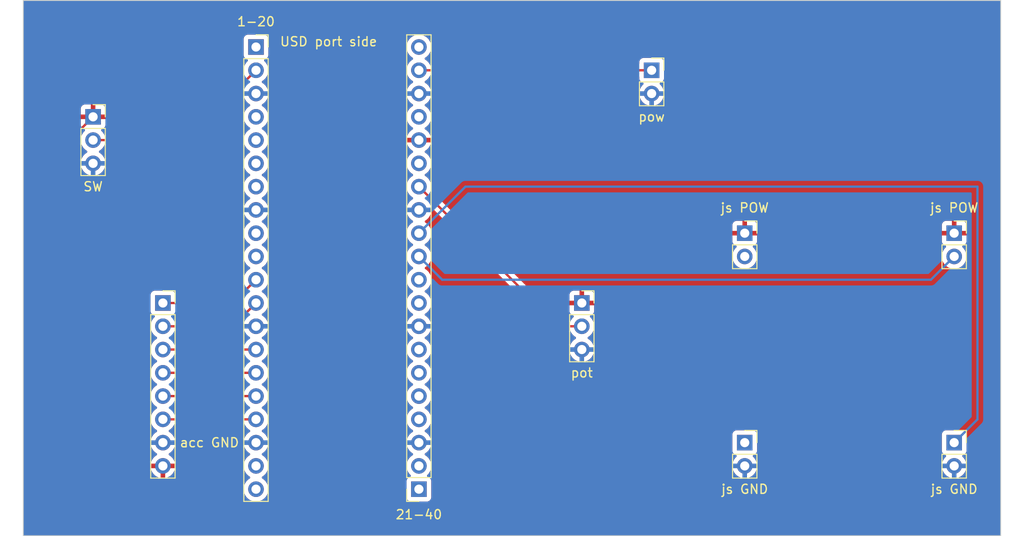
<source format=kicad_pcb>
(kicad_pcb (version 20221018) (generator pcbnew)
  (layers (0 "F.Cu" signal) (31 "B.Cu" signal) (34 "B.Paste" user) (35 "F.Paste" user) (36 "B.SilkS" user "B.Silkscreen") (37 "F.SilkS" user "F.Silkscreen") (38 "B.Mask" user) (39 "F.Mask" user) (44 "Edge.Cuts" user))
  (net 0 "")
  (net 1 "Net-(J1-Pin_1)")
  (net 2 "Net-(J1-Pin_2)")
  (net 3 "Net-(J1-Pin_3)")
  (net 4 "Net-(J1-Pin_4)")
  (net 5 "Net-(J1-Pin_5)")
  (net 6 "Net-(J1-Pin_6)")
  (net 7 "GND")
  (net 9 "Net-(J2-Pin_2)")
  (net 25 "Net-(J11-Pin_2)")
  (net 26 "Net-(J12-Pin_1)")
  (net 27 "Net-(J4-Pin_14)")
  (net 34 "Net-(J10-Pin_1)")
  (net 35 "+3.3V")
  (footprint "Connector_PinSocket_2.54mm:PinSocket_1x02_P2.54mm_Vertical" (layer "F.Cu") (at 238.76 111.76)
    (fp_text reference "js POW" (at 0 -2.77) (layer "F.SilkS"))
    (fp_text value "Conn_01x02_Socket")
    (fp_line (start -1.33 1.27) (end -1.33 3.87) (stroke (width 0.12)) (layer "F.SilkS"))
    (fp_line (start -1.33 1.27) (end 1.33 1.27) (stroke (width 0.12)) (layer "F.SilkS"))
    (fp_line (start -1.33 3.87) (end 1.33 3.87) (stroke (width 0.12)) (layer "F.SilkS"))
    (fp_line (start 0 -1.33) (end 1.33 -1.33) (stroke (width 0.12)) (layer "F.SilkS"))
    (fp_line (start 1.33 -1.33) (end 1.33 0) (stroke (width 0.12)) (layer "F.SilkS"))
    (fp_line (start 1.33 1.27) (end 1.33 3.87) (stroke (width 0.12)) (layer "F.SilkS"))
    (pad "1" thru_hole rect (at 0 0) (size 1.7 1.7) (drill 1) (layers "*.Cu" "*.Mask") (net 35 "+3.3V"))
    (pad "2" thru_hole oval (at 0 2.54) (size 1.7 1.7) (drill 1) (layers "*.Cu" "*.Mask"))
  )
  (footprint "Connector_PinSocket_2.54mm:PinSocket_1x08_P2.54mm_Vertical" (layer "F.Cu") (at 175.26 119.38)
    (fp_text reference "acc GND" (at 5.08 15.24) (layer "F.SilkS"))
    (fp_text value "Conn_01x08_Socket")
    (fp_line (start -1.33 1.27) (end -1.33 19.11) (stroke (width 0.12)) (layer "F.SilkS"))
    (fp_line (start -1.33 1.27) (end 1.33 1.27) (stroke (width 0.12)) (layer "F.SilkS"))
    (fp_line (start -1.33 19.11) (end 1.33 19.11) (stroke (width 0.12)) (layer "F.SilkS"))
    (fp_line (start 0 -1.33) (end 1.33 -1.33) (stroke (width 0.12)) (layer "F.SilkS"))
    (fp_line (start 1.33 -1.33) (end 1.33 0) (stroke (width 0.12)) (layer "F.SilkS"))
    (fp_line (start 1.33 1.27) (end 1.33 19.11) (stroke (width 0.12)) (layer "F.SilkS"))
    (pad "1" thru_hole rect (at 0 0) (size 1.7 1.7) (drill 1) (layers "*.Cu" "*.Mask") (net 1 "Net-(J1-Pin_1)"))
    (pad "2" thru_hole oval (at 0 2.54) (size 1.7 1.7) (drill 1) (layers "*.Cu" "*.Mask") (net 2 "Net-(J1-Pin_2)"))
    (pad "3" thru_hole oval (at 0 5.08) (size 1.7 1.7) (drill 1) (layers "*.Cu" "*.Mask") (net 3 "Net-(J1-Pin_3)"))
    (pad "4" thru_hole oval (at 0 7.62) (size 1.7 1.7) (drill 1) (layers "*.Cu" "*.Mask") (net 4 "Net-(J1-Pin_4)"))
    (pad "5" thru_hole oval (at 0 10.16) (size 1.7 1.7) (drill 1) (layers "*.Cu" "*.Mask") (net 5 "Net-(J1-Pin_5)"))
    (pad "6" thru_hole oval (at 0 12.7) (size 1.7 1.7) (drill 1) (layers "*.Cu" "*.Mask") (net 6 "Net-(J1-Pin_6)"))
    (pad "7" thru_hole oval (at 0 15.24) (size 1.7 1.7) (drill 1) (layers "*.Cu" "*.Mask") (net 7 "GND"))
    (pad "8" thru_hole oval (at 0 17.78) (size 1.7 1.7) (drill 1) (layers "*.Cu" "*.Mask") (net 35 "+3.3V"))
  )
  (footprint "Connector_PinSocket_2.54mm:PinSocket_1x03_P2.54mm_Vertical" (layer "F.Cu") (at 220.98 119.38)
    (fp_text reference "pot" (at 0 7.62) (layer "F.SilkS"))
    (fp_text value "Conn_01x03_Socket")
    (fp_line (start -1.33 1.27) (end -1.33 6.41) (stroke (width 0.12)) (layer "F.SilkS"))
    (fp_line (start -1.33 1.27) (end 1.33 1.27) (stroke (width 0.12)) (layer "F.SilkS"))
    (fp_line (start -1.33 6.41) (end 1.33 6.41) (stroke (width 0.12)) (layer "F.SilkS"))
    (fp_line (start 0 -1.33) (end 1.33 -1.33) (stroke (width 0.12)) (layer "F.SilkS"))
    (fp_line (start 1.33 -1.33) (end 1.33 0) (stroke (width 0.12)) (layer "F.SilkS"))
    (fp_line (start 1.33 1.27) (end 1.33 6.41) (stroke (width 0.12)) (layer "F.SilkS"))
    (pad "1" thru_hole rect (at 0 0) (size 1.7 1.7) (drill 1) (layers "*.Cu" "*.Mask") (net 35 "+3.3V"))
    (pad "2" thru_hole oval (at 0 2.54) (size 1.7 1.7) (drill 1) (layers "*.Cu" "*.Mask") (net 27 "Net-(J4-Pin_14)"))
    (pad "3" thru_hole oval (at 0 5.08) (size 1.7 1.7) (drill 1) (layers "*.Cu" "*.Mask") (net 7 "GND"))
  )
  (footprint "Connector_PinSocket_2.54mm:PinSocket_1x03_P2.54mm_Vertical" (layer "F.Cu") (at 167.64 99.06)
    (fp_text reference "SW" (at 0 7.62) (layer "F.SilkS"))
    (fp_text value "Conn_01x03_Socket")
    (fp_line (start -1.33 1.27) (end -1.33 6.41) (stroke (width 0.12)) (layer "F.SilkS"))
    (fp_line (start -1.33 1.27) (end 1.33 1.27) (stroke (width 0.12)) (layer "F.SilkS"))
    (fp_line (start -1.33 6.41) (end 1.33 6.41) (stroke (width 0.12)) (layer "F.SilkS"))
    (fp_line (start 0 -1.33) (end 1.33 -1.33) (stroke (width 0.12)) (layer "F.SilkS"))
    (fp_line (start 1.33 -1.33) (end 1.33 0) (stroke (width 0.12)) (layer "F.SilkS"))
    (fp_line (start 1.33 1.27) (end 1.33 6.41) (stroke (width 0.12)) (layer "F.SilkS"))
    (pad "1" thru_hole rect (at 0 0) (size 1.7 1.7) (drill 1) (layers "*.Cu" "*.Mask") (net 35 "+3.3V"))
    (pad "2" thru_hole oval (at 0 2.54) (size 1.7 1.7) (drill 1) (layers "*.Cu" "*.Mask") (net 9 "Net-(J2-Pin_2)"))
    (pad "3" thru_hole oval (at 0 5.08) (size 1.7 1.7) (drill 1) (layers "*.Cu" "*.Mask") (net 7 "GND"))
  )
  (footprint "Connector_PinSocket_2.54mm:PinSocket_1x20_P2.54mm_Vertical" (layer "F.Cu") (at 203.2 139.7 180)
    (fp_text reference "21-40" (at 0 -2.77) (layer "F.SilkS"))
    (fp_text value "Conn_01x20_Socket")
    (fp_line (start -1.33 1.27) (end -1.33 49.59) (stroke (width 0.12)) (layer "F.SilkS"))
    (fp_line (start -1.33 1.27) (end 1.33 1.27) (stroke (width 0.12)) (layer "F.SilkS"))
    (fp_line (start -1.33 49.59) (end 1.33 49.59) (stroke (width 0.12)) (layer "F.SilkS"))
    (fp_line (start 0 -1.33) (end 1.33 -1.33) (stroke (width 0.12)) (layer "F.SilkS"))
    (fp_line (start 1.33 -1.33) (end 1.33 0) (stroke (width 0.12)) (layer "F.SilkS"))
    (fp_line (start 1.33 1.27) (end 1.33 49.59) (stroke (width 0.12)) (layer "F.SilkS"))
    (pad "1" thru_hole rect (at 0 0 180) (size 1.7 1.7) (drill 1) (layers "*.Cu" "*.Mask"))
    (pad "2" thru_hole oval (at 0 2.54 180) (size 1.7 1.7) (drill 1) (layers "*.Cu" "*.Mask"))
    (pad "3" thru_hole oval (at 0 5.08 180) (size 1.7 1.7) (drill 1) (layers "*.Cu" "*.Mask") (net 7 "GND"))
    (pad "4" thru_hole oval (at 0 7.62 180) (size 1.7 1.7) (drill 1) (layers "*.Cu" "*.Mask"))
    (pad "5" thru_hole oval (at 0 10.16 180) (size 1.7 1.7) (drill 1) (layers "*.Cu" "*.Mask"))
    (pad "6" thru_hole oval (at 0 12.7 180) (size 1.7 1.7) (drill 1) (layers "*.Cu" "*.Mask"))
    (pad "7" thru_hole oval (at 0 15.24 180) (size 1.7 1.7) (drill 1) (layers "*.Cu" "*.Mask"))
    (pad "8" thru_hole oval (at 0 17.78 180) (size 1.7 1.7) (drill 1) (layers "*.Cu" "*.Mask") (net 7 "GND"))
    (pad "9" thru_hole oval (at 0 20.32 180) (size 1.7 1.7) (drill 1) (layers "*.Cu" "*.Mask"))
    (pad "10" thru_hole oval (at 0 22.86 180) (size 1.7 1.7) (drill 1) (layers "*.Cu" "*.Mask"))
    (pad "11" thru_hole oval (at 0 25.4 180) (size 1.7 1.7) (drill 1) (layers "*.Cu" "*.Mask") (net 25 "Net-(J11-Pin_2)"))
    (pad "12" thru_hole oval (at 0 27.94 180) (size 1.7 1.7) (drill 1) (layers "*.Cu" "*.Mask") (net 26 "Net-(J12-Pin_1)"))
    (pad "13" thru_hole oval (at 0 30.48 180) (size 1.7 1.7) (drill 1) (layers "*.Cu" "*.Mask") (net 7 "GND"))
    (pad "14" thru_hole oval (at 0 33.02 180) (size 1.7 1.7) (drill 1) (layers "*.Cu" "*.Mask") (net 27 "Net-(J4-Pin_14)"))
    (pad "15" thru_hole oval (at 0 35.56 180) (size 1.7 1.7) (drill 1) (layers "*.Cu" "*.Mask"))
    (pad "16" thru_hole oval (at 0 38.1 180) (size 1.7 1.7) (drill 1) (layers "*.Cu" "*.Mask") (net 35 "+3.3V"))
    (pad "17" thru_hole oval (at 0 40.64 180) (size 1.7 1.7) (drill 1) (layers "*.Cu" "*.Mask"))
    (pad "18" thru_hole oval (at 0 43.18 180) (size 1.7 1.7) (drill 1) (layers "*.Cu" "*.Mask") (net 7 "GND"))
    (pad "19" thru_hole oval (at 0 45.72 180) (size 1.7 1.7) (drill 1) (layers "*.Cu" "*.Mask") (net 34 "Net-(J10-Pin_1)"))
    (pad "20" thru_hole oval (at 0 48.26 180) (size 1.7 1.7) (drill 1) (layers "*.Cu" "*.Mask"))
  )
  (footprint "Connector_PinSocket_2.54mm:PinSocket_1x20_P2.54mm_Vertical" (layer "F.Cu") (at 185.42 91.44)
    (fp_text reference "1-20" (at 0 -2.77) (layer "F.SilkS"))
    (fp_text value "Conn_01x20_Socket")
    (fp_line (start -1.33 1.27) (end -1.33 49.59) (stroke (width 0.12)) (layer "F.SilkS"))
    (fp_line (start -1.33 1.27) (end 1.33 1.27) (stroke (width 0.12)) (layer "F.SilkS"))
    (fp_line (start -1.33 49.59) (end 1.33 49.59) (stroke (width 0.12)) (layer "F.SilkS"))
    (fp_line (start 0 -1.33) (end 1.33 -1.33) (stroke (width 0.12)) (layer "F.SilkS"))
    (fp_line (start 1.33 -1.33) (end 1.33 0) (stroke (width 0.12)) (layer "F.SilkS"))
    (fp_line (start 1.33 1.27) (end 1.33 49.59) (stroke (width 0.12)) (layer "F.SilkS"))
    (pad "1" thru_hole rect (at 0 0) (size 1.7 1.7) (drill 1) (layers "*.Cu" "*.Mask"))
    (pad "2" thru_hole oval (at 0 2.54) (size 1.7 1.7) (drill 1) (layers "*.Cu" "*.Mask") (net 9 "Net-(J2-Pin_2)"))
    (pad "3" thru_hole oval (at 0 5.08) (size 1.7 1.7) (drill 1) (layers "*.Cu" "*.Mask") (net 7 "GND"))
    (pad "4" thru_hole oval (at 0 7.62) (size 1.7 1.7) (drill 1) (layers "*.Cu" "*.Mask"))
    (pad "5" thru_hole oval (at 0 10.16) (size 1.7 1.7) (drill 1) (layers "*.Cu" "*.Mask"))
    (pad "6" thru_hole oval (at 0 12.7) (size 1.7 1.7) (drill 1) (layers "*.Cu" "*.Mask"))
    (pad "7" thru_hole oval (at 0 15.24) (size 1.7 1.7) (drill 1) (layers "*.Cu" "*.Mask"))
    (pad "8" thru_hole oval (at 0 17.78) (size 1.7 1.7) (drill 1) (layers "*.Cu" "*.Mask") (net 7 "GND"))
    (pad "9" thru_hole oval (at 0 20.32) (size 1.7 1.7) (drill 1) (layers "*.Cu" "*.Mask"))
    (pad "10" thru_hole oval (at 0 22.86) (size 1.7 1.7) (drill 1) (layers "*.Cu" "*.Mask"))
    (pad "11" thru_hole oval (at 0 25.4) (size 1.7 1.7) (drill 1) (layers "*.Cu" "*.Mask") (net 1 "Net-(J1-Pin_1)"))
    (pad "12" thru_hole oval (at 0 27.94) (size 1.7 1.7) (drill 1) (layers "*.Cu" "*.Mask") (net 2 "Net-(J1-Pin_2)"))
    (pad "13" thru_hole oval (at 0 30.48) (size 1.7 1.7) (drill 1) (layers "*.Cu" "*.Mask") (net 7 "GND"))
    (pad "14" thru_hole oval (at 0 33.02) (size 1.7 1.7) (drill 1) (layers "*.Cu" "*.Mask") (net 3 "Net-(J1-Pin_3)"))
    (pad "15" thru_hole oval (at 0 35.56) (size 1.7 1.7) (drill 1) (layers "*.Cu" "*.Mask") (net 4 "Net-(J1-Pin_4)"))
    (pad "16" thru_hole oval (at 0 38.1) (size 1.7 1.7) (drill 1) (layers "*.Cu" "*.Mask") (net 5 "Net-(J1-Pin_5)"))
    (pad "17" thru_hole oval (at 0 40.64) (size 1.7 1.7) (drill 1) (layers "*.Cu" "*.Mask") (net 6 "Net-(J1-Pin_6)"))
    (pad "18" thru_hole oval (at 0 43.18) (size 1.7 1.7) (drill 1) (layers "*.Cu" "*.Mask") (net 7 "GND"))
    (pad "19" thru_hole oval (at 0 45.72) (size 1.7 1.7) (drill 1) (layers "*.Cu" "*.Mask"))
    (pad "20" thru_hole oval (at 0 48.26) (size 1.7 1.7) (drill 1) (layers "*.Cu" "*.Mask"))
  )
  (footprint "Connector_PinSocket_2.54mm:PinSocket_1x02_P2.54mm_Vertical" (layer "F.Cu") (at 238.76 134.62)
    (fp_text reference "js GND" (at 0 5.08) (layer "F.SilkS"))
    (fp_text value "Conn_01x02_Socket")
    (fp_line (start -1.33 1.27) (end -1.33 3.87) (stroke (width 0.12)) (layer "F.SilkS"))
    (fp_line (start -1.33 1.27) (end 1.33 1.27) (stroke (width 0.12)) (layer "F.SilkS"))
    (fp_line (start -1.33 3.87) (end 1.33 3.87) (stroke (width 0.12)) (layer "F.SilkS"))
    (fp_line (start 0 -1.33) (end 1.33 -1.33) (stroke (width 0.12)) (layer "F.SilkS"))
    (fp_line (start 1.33 -1.33) (end 1.33 0) (stroke (width 0.12)) (layer "F.SilkS"))
    (fp_line (start 1.33 1.27) (end 1.33 3.87) (stroke (width 0.12)) (layer "F.SilkS"))
    (pad "1" thru_hole rect (at 0 0) (size 1.7 1.7) (drill 1) (layers "*.Cu" "*.Mask"))
    (pad "2" thru_hole oval (at 0 2.54) (size 1.7 1.7) (drill 1) (layers "*.Cu" "*.Mask") (net 7 "GND"))
  )
  (footprint "Connector_PinSocket_2.54mm:PinSocket_1x02_P2.54mm_Vertical" (layer "F.Cu") (at 261.62 111.76)
    (fp_text reference "js POW" (at 0 -2.77) (layer "F.SilkS"))
    (fp_text value "Conn_01x02_Socket")
    (fp_line (start -1.33 1.27) (end -1.33 3.87) (stroke (width 0.12)) (layer "F.SilkS"))
    (fp_line (start -1.33 1.27) (end 1.33 1.27) (stroke (width 0.12)) (layer "F.SilkS"))
    (fp_line (start -1.33 3.87) (end 1.33 3.87) (stroke (width 0.12)) (layer "F.SilkS"))
    (fp_line (start 0 -1.33) (end 1.33 -1.33) (stroke (width 0.12)) (layer "F.SilkS"))
    (fp_line (start 1.33 -1.33) (end 1.33 0) (stroke (width 0.12)) (layer "F.SilkS"))
    (fp_line (start 1.33 1.27) (end 1.33 3.87) (stroke (width 0.12)) (layer "F.SilkS"))
    (pad "1" thru_hole rect (at 0 0) (size 1.7 1.7) (drill 1) (layers "*.Cu" "*.Mask") (net 35 "+3.3V"))
    (pad "2" thru_hole oval (at 0 2.54) (size 1.7 1.7) (drill 1) (layers "*.Cu" "*.Mask") (net 25 "Net-(J11-Pin_2)"))
  )
  (footprint "Connector_PinSocket_2.54mm:PinSocket_1x02_P2.54mm_Vertical" (layer "F.Cu") (at 261.62 134.62)
    (fp_text reference "js GND" (at 0 5.08) (layer "F.SilkS"))
    (fp_text value "Conn_01x02_Socket")
    (fp_line (start -1.33 1.27) (end -1.33 3.87) (stroke (width 0.12)) (layer "F.SilkS"))
    (fp_line (start -1.33 1.27) (end 1.33 1.27) (stroke (width 0.12)) (layer "F.SilkS"))
    (fp_line (start -1.33 3.87) (end 1.33 3.87) (stroke (width 0.12)) (layer "F.SilkS"))
    (fp_line (start 0 -1.33) (end 1.33 -1.33) (stroke (width 0.12)) (layer "F.SilkS"))
    (fp_line (start 1.33 -1.33) (end 1.33 0) (stroke (width 0.12)) (layer "F.SilkS"))
    (fp_line (start 1.33 1.27) (end 1.33 3.87) (stroke (width 0.12)) (layer "F.SilkS"))
    (pad "1" thru_hole rect (at 0 0) (size 1.7 1.7) (drill 1) (layers "*.Cu" "*.Mask") (net 26 "Net-(J12-Pin_1)"))
    (pad "2" thru_hole oval (at 0 2.54) (size 1.7 1.7) (drill 1) (layers "*.Cu" "*.Mask") (net 7 "GND"))
  )
  (footprint "Connector_PinSocket_2.54mm:PinSocket_1x02_P2.54mm_Vertical" (layer "F.Cu") (at 228.6 93.98)
    (fp_text reference "pow" (at 0 5.08) (layer "F.SilkS"))
    (fp_text value "Conn_01x02_Socket")
    (fp_line (start -1.33 1.27) (end -1.33 3.87) (stroke (width 0.12)) (layer "F.SilkS"))
    (fp_line (start -1.33 1.27) (end 1.33 1.27) (stroke (width 0.12)) (layer "F.SilkS"))
    (fp_line (start -1.33 3.87) (end 1.33 3.87) (stroke (width 0.12)) (layer "F.SilkS"))
    (fp_line (start 0 -1.33) (end 1.33 -1.33) (stroke (width 0.12)) (layer "F.SilkS"))
    (fp_line (start 1.33 -1.33) (end 1.33 0) (stroke (width 0.12)) (layer "F.SilkS"))
    (fp_line (start 1.33 1.27) (end 1.33 3.87) (stroke (width 0.12)) (layer "F.SilkS"))
    (pad "1" thru_hole rect (at 0 0) (size 1.7 1.7) (drill 1) (layers "*.Cu" "*.Mask") (net 34 "Net-(J10-Pin_1)"))
    (pad "2" thru_hole oval (at 0 2.54) (size 1.7 1.7) (drill 1) (layers "*.Cu" "*.Mask") (net 7 "GND"))
  )
  (gr_rect (start 160.02 86.36) (end 266.7 144.78) (stroke (width 0.1)) (fill none) (layer "Edge.Cuts"))
  (gr_text "USD port side" (at 187.96 91.44) (layer "F.SilkS") (effects (font (size 1 1)) (justify left bottom)))
  (segment (start 182.88 119.38) (end 185.42 116.84) (width 0.25) (layer "F.Cu") (net 1))
  (segment (start 175.26 119.38) (end 182.88 119.38) (width 0.25) (layer "F.Cu") (net 1))
  (segment (start 175.26 121.92) (end 182.88 121.92) (width 0.25) (layer "F.Cu") (net 2))
  (segment (start 182.88 121.92) (end 185.42 119.38) (width 0.25) (layer "F.Cu") (net 2))
  (segment (start 175.26 124.46) (end 185.42 124.46) (width 0.25) (layer "F.Cu") (net 3))
  (segment (start 175.26 127) (end 185.42 127) (width 0.25) (layer "F.Cu") (net 4))
  (segment (start 185.42 129.54) (end 175.26 129.54) (width 0.25) (layer "F.Cu") (net 5))
  (segment (start 175.26 132.08) (end 185.42 132.08) (width 0.25) (layer "F.Cu") (net 6))
  (segment (start 177.8 101.6) (end 185.42 93.98) (width 0.25) (layer "F.Cu") (net 9))
  (segment (start 167.64 101.6) (end 177.8 101.6) (width 0.25) (layer "F.Cu") (net 9))
  (segment (start 259.08 116.84) (end 261.62 114.3) (width 0.25) (layer "B.Cu") (net 25))
  (segment (start 205.74 116.84) (end 259.08 116.84) (width 0.25) (layer "B.Cu") (net 25))
  (segment (start 203.2 114.3) (end 205.74 116.84) (width 0.25) (layer "B.Cu") (net 25))
  (segment (start 261.62 134.62) (end 264.16 132.08) (width 0.25) (layer "B.Cu") (net 26))
  (segment (start 264.16 106.68) (end 208.28 106.68) (width 0.25) (layer "B.Cu") (net 26))
  (segment (start 208.28 106.68) (end 203.2 111.76) (width 0.25) (layer "B.Cu") (net 26))
  (segment (start 264.16 132.08) (end 264.16 106.68) (width 0.25) (layer "B.Cu") (net 26))
  (segment (start 203.2 106.68) (end 218.44 121.92) (width 0.25) (layer "F.Cu") (net 27))
  (segment (start 218.44 121.92) (end 220.98 121.92) (width 0.25) (layer "F.Cu") (net 27))
  (segment (start 228.6 93.98) (end 203.2 93.98) (width 0.25) (layer "F.Cu") (net 34))
  (segment (start 167.64 99.06) (end 166.465 100.235) (width 0.25) (layer "F.Cu") (net 35))
  (zone (net 35) (net_name "+3.3V") (layer "F.Cu") (priority 1) (connect_pads (clearance 0.5)) (min_thickness 0.25) (fill yes (thermal_gap 0.5) (thermal_bridge_width 0.5))
    (polygon (pts (xy 160.02 86.36) (xy 269.24 86.36) (xy 269.24 144.78) (xy 160.02 144.78)))
  )
  (zone (net 7) (net_name "GND") (layer "B.Cu") (connect_pads (clearance 0.5)) (min_thickness 0.25) (fill yes (thermal_gap 0.5) (thermal_bridge_width 0.5) (island_removal_mode 1) (island_area_min 10))
    (polygon (pts (xy 266.7 86.36) (xy 157.48 86.36) (xy 157.48 144.78) (xy 266.7 144.78)))
  )
)
</source>
